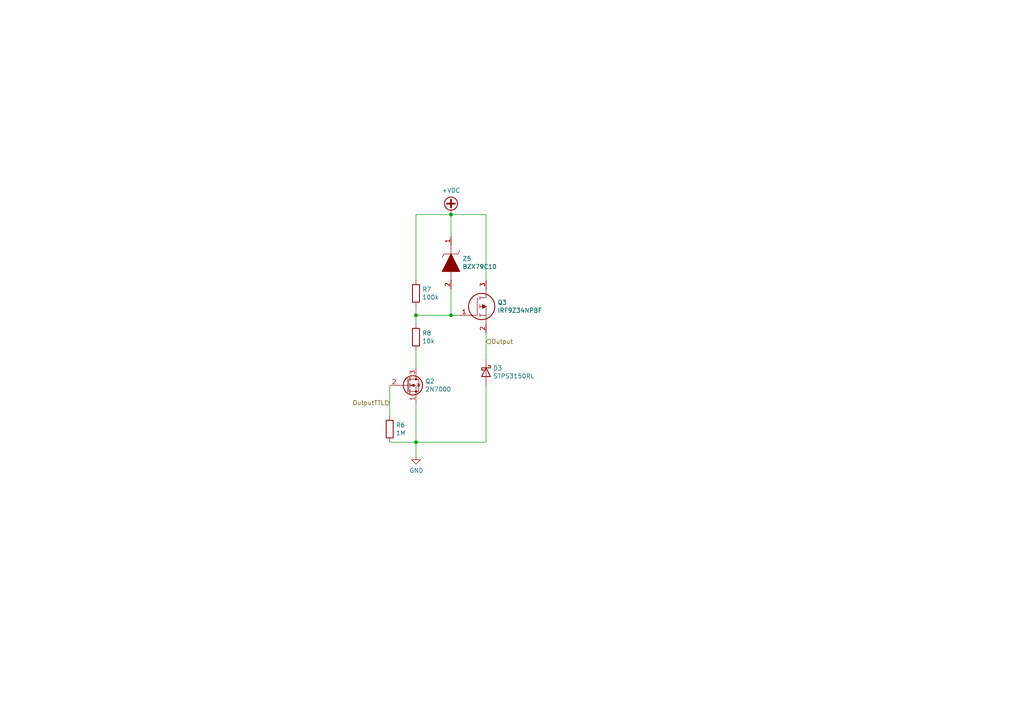
<source format=kicad_sch>
(kicad_sch (version 20231120) (generator "eeschema") (generator_version "8.0")
  (paper "A4")
  (lib_symbols
    (symbol "Device:D_Schottky" (pin_numbers hide) (pin_names (offset 1.016) hide)
      (property "Reference" "D" (at 0 2.54 0))
      (property "Value" "D_Schottky" (at 0 -2.54 0))
      (symbol "D_Schottky_0_1"
        (polyline (pts (xy 1.27 0) (xy -1.27 0)))
        (polyline (pts (xy 1.27 1.27) (xy 1.27 -1.27) (xy -1.27 0) (xy 1.27 1.27)) (stroke (width 0.254)))
        (polyline (pts (xy -1.905 0.635) (xy -1.905 1.27) (xy -1.27 1.27) (xy -1.27 -1.27) (xy -0.635 -1.27) (xy -0.635 -0.635)) (stroke (width 0.254)))
      )
      (symbol "D_Schottky_1_1"
        (pin passive line (at -3.81 0 0) (length 2.54) (name "K") (number "1"))
        (pin passive line (at 3.81 0 180) (length 2.54) (name "A") (number "2"))
      )
    )
    (symbol "Device:R" (pin_numbers hide) (pin_names (offset 0))
      (property "Reference" "R" (at 2.032 0 90))
      (property "Value" "R" (at 0 0 90))
      (symbol "R_0_1"
        (rectangle (start -1.016 -2.54) (end 1.016 2.54) (stroke (width 0.254)))
      )
      (symbol "R_1_1"
        (pin passive line (at 0 3.81 270) (length 1.27) (name "~") (number "1"))
        (pin passive line (at 0 -3.81 90) (length 1.27) (name "~") (number "2"))
      )
    )
    (symbol "SamacSys_Parts:BZX79C10" (pin_names (offset 0.762))
      (property "Reference" "Z" (at 10.16 8.89 0))
      (property "Value" "SamacSys_Parts_BZX79C10" (at 10.16 6.35 0))
      (symbol "BZX79C10_0_0"
        (pin passive line (at 0 0 0) (length 2.54) (name "~") (number "1"))
        (pin passive line (at 15.24 0 180) (length 2.54) (name "~") (number "2"))
      )
      (symbol "BZX79C10_0_1"
        (polyline (pts (xy 2.54 0) (xy 5.08 0)) (stroke (width 0.1524)))
        (polyline (pts (xy 4.064 -2.54) (xy 5.08 -2.032)) (stroke (width 0.1524)))
        (polyline (pts (xy 5.08 2.032) (xy 5.08 -2.032)) (stroke (width 0.1524)))
        (polyline (pts (xy 5.08 2.032) (xy 6.096 2.54)) (stroke (width 0.1524)))
        (polyline (pts (xy 12.7 0) (xy 10.16 0)) (stroke (width 0.1524)))
        (polyline (pts (xy 5.08 0) (xy 10.16 2.54) (xy 10.16 -2.54) (xy 5.08 0)) (stroke (width 0.254)) (fill (type outline)))
      )
    )
    (symbol "SamacSys_Parts:IRF9Z34NPBF" (pin_names (offset 0.762))
      (property "Reference" "Q" (at 11.43 3.81 0))
      (property "Value" "SamacSys_Parts_IRF9Z34NPBF" (at 11.43 1.27 0))
      (symbol "IRF9Z34NPBF_0_0"
        (pin passive line (at 0 0 0) (length 2.54) (name "~") (number "1"))
        (pin passive line (at 7.62 -5.08 90) (length 2.54) (name "~") (number "2"))
        (pin passive line (at 7.62 10.16 270) (length 2.54) (name "~") (number "3"))
      )
      (symbol "IRF9Z34NPBF_0_1"
        (polyline (pts (xy 5.842 -0.508) (xy 5.842 0.508)) (stroke (width 0.1524)))
        (polyline (pts (xy 5.842 0) (xy 7.62 0)) (stroke (width 0.1524)))
        (polyline (pts (xy 5.842 2.032) (xy 5.842 3.048)) (stroke (width 0.1524)))
        (polyline (pts (xy 5.842 5.588) (xy 5.842 4.572)) (stroke (width 0.1524)))
        (polyline (pts (xy 7.62 2.54) (xy 5.842 2.54)) (stroke (width 0.1524)))
        (polyline (pts (xy 7.62 2.54) (xy 7.62 -2.54)) (stroke (width 0.1524)))
        (polyline (pts (xy 7.62 5.08) (xy 5.842 5.08)) (stroke (width 0.1524)))
        (polyline (pts (xy 7.62 5.08) (xy 7.62 7.62)) (stroke (width 0.1524)))
        (polyline (pts (xy 2.54 0) (xy 5.08 0) (xy 5.08 5.08)) (stroke (width 0.1524)))
        (polyline (pts (xy 7.62 2.54) (xy 6.604 3.048) (xy 6.604 2.032) (xy 7.62 2.54)) (stroke (width 0.254)) (fill (type outline)))
        (circle (center 6.35 2.54) (radius 3.81) (stroke (width 0.254)))
      )
    )
    (symbol "Transistor_FET:2N7000" (pin_names hide)
      (property "Reference" "Q" (at 5.08 1.905 0))
      (property "Value" "2N7000" (at 5.08 0 0))
      (symbol "2N7000_0_1"
        (polyline (pts (xy 0.254 0) (xy -2.54 0)))
        (polyline (pts (xy 0.254 1.905) (xy 0.254 -1.905)) (stroke (width 0.254)))
        (polyline (pts (xy 0.762 -1.27) (xy 0.762 -2.286)) (stroke (width 0.254)))
        (polyline (pts (xy 0.762 0.508) (xy 0.762 -0.508)) (stroke (width 0.254)))
        (polyline (pts (xy 0.762 2.286) (xy 0.762 1.27)) (stroke (width 0.254)))
        (polyline (pts (xy 2.54 2.54) (xy 2.54 1.778)))
        (polyline (pts (xy 2.54 -2.54) (xy 2.54 0) (xy 0.762 0)))
        (polyline (pts (xy 0.762 -1.778) (xy 3.302 -1.778) (xy 3.302 1.778) (xy 0.762 1.778)))
        (polyline (pts (xy 1.016 0) (xy 2.032 0.381) (xy 2.032 -0.381) (xy 1.016 0)) (fill (type outline)))
        (polyline (pts (xy 2.794 0.508) (xy 2.921 0.381) (xy 3.683 0.381) (xy 3.81 0.254)))
        (polyline (pts (xy 3.302 0.381) (xy 2.921 -0.254) (xy 3.683 -0.254) (xy 3.302 0.381)))
        (circle (center 1.651 0) (radius 2.794) (stroke (width 0.254)))
        (circle (center 2.54 -1.778) (radius 0.254) (fill (type outline)))
        (circle (center 2.54 1.778) (radius 0.254) (fill (type outline)))
      )
      (symbol "2N7000_1_1"
        (pin passive line (at 2.54 -5.08 90) (length 2.54) (name "S") (number "1"))
        (pin input line (at -5.08 0 0) (length 2.54) (name "G") (number "2"))
        (pin passive line (at 2.54 5.08 270) (length 2.54) (name "D") (number "3"))
      )
    )
    (symbol "power:+VDC" (power) (pin_names (offset 0))
      (property "Value" "+VDC" (at 0 6.35 0))
      (symbol "+VDC_0_1"
        (polyline (pts (xy -1.143 3.175) (xy 1.143 3.175)) (stroke (width 0.508)))
        (polyline (pts (xy 0 0) (xy 0 1.27)))
        (polyline (pts (xy 0 2.032) (xy 0 4.318)) (stroke (width 0.508)))
        (circle (center 0 3.175) (radius 1.905) (stroke (width 0.254)))
      )
      (symbol "+VDC_1_1"
        (pin power_in line (at 0 0 90) (length 0) hide (name "+VDC") (number "1"))
      )
    )
    (symbol "power:GND" (power) (pin_names (offset 0))
      (property "Value" "GND" (at 0 -3.81 0))
      (symbol "GND_0_1"
        (polyline (pts (xy 0 0) (xy 0 -1.27) (xy 1.27 -1.27) (xy 0 -2.54) (xy -1.27 -1.27) (xy 0 -1.27)))
      )
      (symbol "GND_1_1"
        (pin power_in line (at 0 0 270) (length 0) hide (name "GND") (number "1"))
      )
    )
  )
  (junction (at 120.65 128.27))
  (junction (at 130.81 91.44))
  (junction (at 130.81 62.23))
  (junction (at 120.65 91.44))
  (wire (pts (xy 140.97 111.76) (xy 140.97 128.27)))
  (wire (pts (xy 130.81 68.58) (xy 130.81 62.23)))
  (wire (pts (xy 120.65 132.08) (xy 120.65 128.27)))
  (wire (pts (xy 140.97 62.23) (xy 130.81 62.23)))
  (wire (pts (xy 113.03 128.27) (xy 120.65 128.27)))
  (wire (pts (xy 130.81 91.44) (xy 133.35 91.44)))
  (wire (pts (xy 120.65 93.98) (xy 120.65 91.44)))
  (wire (pts (xy 120.65 62.23) (xy 120.65 81.28)))
  (wire (pts (xy 120.65 101.6) (xy 120.65 106.68)))
  (wire (pts (xy 130.81 62.23) (xy 120.65 62.23)))
  (wire (pts (xy 120.65 91.44) (xy 120.65 88.9)))
  (wire (pts (xy 120.65 91.44) (xy 130.81 91.44)))
  (wire (pts (xy 113.03 120.65) (xy 113.03 111.76)))
  (wire (pts (xy 140.97 81.28) (xy 140.97 62.23)))
  (wire (pts (xy 130.81 83.82) (xy 130.81 91.44)))
  (wire (pts (xy 120.65 116.84) (xy 120.65 128.27)))
  (wire (pts (xy 140.97 128.27) (xy 120.65 128.27)))
  (wire (pts (xy 140.97 96.52) (xy 140.97 104.14)))
  (hierarchical_label "Output" (shape input) (at 140.97 99.06 0))
  (hierarchical_label "OutputTTL" (shape input) (at 113.03 116.84 180))
  (symbol (lib_id "Device:D_Schottky") (at 140.97 107.95 270) (unit 1)
    (property "Reference" "D3" (at 143.002 106.7816 90) (effects (justify left)))
    (property "Value" "STPS3150RL" (at 143.002 109.093 90) (effects (justify left)))
    (property "Footprint" "Diode_THT:D_DO-201_P15.24mm_Horizontal" (effects (hide yes)))
    (instances (project "MakeItRain" (path "" (reference "D3") (unit 1)) (path "" (reference "D5") (unit 1)) (path "" (reference "D9") (unit 1)) (path "" (reference "D7") (unit 1))) (project "BasicBitch328pThingy" (path "" (reference "D4") (unit 1)) (path "" (reference "D7") (unit 1)) (path "" (reference "D8") (unit 1))))
  )
  (symbol (lib_id "power:+VDC") (at 130.81 62.23 0) (unit 1)
    (property "Reference" "#PWR024" (effects (hide yes)))
    (property "Value" "+VDC" (at 130.81 55.245 0))
    (instances (project "MakeItRain" (path "" (reference "#PWR024") (unit 1)) (path "" (reference "#PWR027") (unit 1)) (path "" (reference "#PWR030") (unit 1)) (path "" (reference "#PWR033") (unit 1))) (project "BasicBitch328pThingy" (path "" (reference "#PWR027") (unit 1)) (path "" (reference "#PWR037") (unit 1)) (path "" (reference "#PWR039") (unit 1))))
  )
  (symbol (lib_id "Transistor_FET:2N7000") (at 118.11 111.76 0) (unit 1)
    (property "Reference" "Q2" (at 123.2916 110.5916 0) (effects (justify left)))
    (property "Value" "2N7000" (at 123.2916 112.903 0) (effects (justify left)))
    (property "Footprint" "Package_TO_SOT_THT:TO-92_Inline" (effects (hide yes)))
    (property "Datasheet" "https://www.onsemi.com/pub/Collateral/NDS7002A-D.PDF" (effects (hide yes)))
    (instances (project "MakeItRain" (path "" (reference "Q2") (unit 1)) (path "" (reference "Q5") (unit 1)) (path "" (reference "Q8") (unit 1)) (path "" (reference "Q11") (unit 1))) (project "BasicBitch328pThingy" (path "" (reference "Q3") (unit 1)) (path "" (reference "Q7") (unit 1)) (path "" (reference "Q9") (unit 1))))
  )
  (symbol (lib_id "Device:R") (at 113.03 124.46 0) (unit 1)
    (property "Reference" "R6" (at 114.808 123.2916 0) (effects (justify left)))
    (property "Value" "1M" (at 114.808 125.603 0) (effects (justify left)))
    (property "Footprint" "Resistor_SMD:R_1206_3216Metric_Pad1.30x1.75mm_HandSolder" (effects (hide yes)))
    (instances (project "MakeItRain" (path "" (reference "R6") (unit 1)) (path "" (reference "R10") (unit 1)) (path "" (reference "R14") (unit 1)) (path "" (reference "R18") (unit 1))) (project "BasicBitch328pThingy" (path "" (reference "R9") (unit 1)) (path "" (reference "R20") (unit 1)) (path "" (reference "R23") (unit 1))))
  )
  (symbol (lib_id "power:GND") (at 120.65 132.08 0) (unit 1)
    (property "Reference" "#PWR023" (effects (hide yes)))
    (property "Value" "GND" (at 120.777 136.4742 0))
    (instances (project "MakeItRain" (path "" (reference "#PWR023") (unit 1)) (path "" (reference "#PWR026") (unit 1)) (path "" (reference "#PWR029") (unit 1)) (path "" (reference "#PWR032") (unit 1))) (project "BasicBitch328pThingy" (path "" (reference "#PWR026") (unit 1)) (path "" (reference "#PWR036") (unit 1)) (path "" (reference "#PWR038") (unit 1))))
  )
  (symbol (lib_id "Device:R") (at 120.65 97.79 0) (unit 1)
    (property "Reference" "R8" (at 122.428 96.6216 0) (effects (justify left)))
    (property "Value" "10k" (at 122.428 98.933 0) (effects (justify left)))
    (property "Footprint" "Resistor_SMD:R_1206_3216Metric_Pad1.30x1.75mm_HandSolder" (effects (hide yes)))
    (instances (project "MakeItRain" (path "" (reference "R8") (unit 1)) (path "" (reference "R12") (unit 1)) (path "" (reference "R16") (unit 1)) (path "" (reference "R20") (unit 1))) (project "BasicBitch328pThingy" (path "" (reference "R11") (unit 1)) (path "" (reference "R22") (unit 1)) (path "" (reference "R25") (unit 1))))
  )
  (symbol (lib_id "SamacSys_Parts:IRF9Z34NPBF") (at 133.35 91.44 0) (unit 1)
    (property "Reference" "Q3" (at 144.272 87.7316 0) (effects (justify left)))
    (property "Value" "IRF9Z34NPBF" (at 144.272 90.043 0) (effects (justify left)))
    (property "Footprint" "SamacSys_Parts:TO254P469X1042X1967-3P" (effects (hide yes)))
    (property "Datasheet" "https://www.infineon.com/dgdl/irf9z34npbf.pdf?fileId=5546d462533600a40153561220af1ddd" (effects (hide yes)))
    (property "Description" "MOSFET MOSFT PCh -55V -17A 100mOhm 23.3nC" (effects (hide yes)))
    (property "Height" "4.69" (effects (hide yes)))
    (property "Mouser Part Number" "942-IRF9Z34NPBF" (effects (hide yes)))
    (property "Mouser Price/Stock" "https://www.mouser.co.uk/ProductDetail/Infineon-IR/IRF9Z34NPBF?qs=9%252BKlkBgLFf16a%2FvlD%252BMCtQ%3D%3D" (effects (hide yes)))
    (property "Manufacturer_Name" "Infineon" (effects (hide yes)))
    (property "Manufacturer_Part_Number" "IRF9Z34NPBF" (effects (hide yes)))
    (instances (project "MakeItRain" (path "" (reference "Q3") (unit 1)) (path "" (reference "Q6") (unit 1)) (path "" (reference "Q9") (unit 1)) (path "" (reference "Q12") (unit 1))) (project "BasicBitch328pThingy" (path "" (reference "Q4") (unit 1)) (path "" (reference "Q8") (unit 1)) (path "" (reference "Q10") (unit 1))))
  )
  (symbol (lib_id "SamacSys_Parts:BZX79C10") (at 130.81 68.58 90) (mirror x) (unit 1)
    (property "Reference" "Z5" (at 134.112 75.0316 90) (effects (justify right)))
    (property "Value" "BZX79C10" (at 134.112 77.343 90) (effects (justify right)))
    (property "Footprint" "SamacSys_Parts:DIOAD1068W53L380D172" (effects (hide yes)))
    (property "Datasheet" "https://www.fairchildsemi.com/datasheets/BZ/BZX79C10.pdf" (effects (hide yes)))
    (property "Description" "BZX79C10, Zener Diode, 10V +/-5 500 mW 0.2A, 2-Pin DO-35" (effects (hide yes)))
    (property "Mouser Part Number" "512-BZX79C10" (effects (hide yes)))
    (property "Mouser Price/Stock" "https://www.mouser.co.uk/ProductDetail/ON-Semiconductor-Fairchild/BZX79C10?qs=FITO%2F%2FQgYDkGEXVpK3DyhQ%3D%3D" (effects (hide yes)))
    (property "Manufacturer_Name" "ON Semiconductor" (effects (hide yes)))
    (property "Manufacturer_Part_Number" "BZX79C10" (effects (hide yes)))
    (instances (project "MakeItRain" (path "" (reference "Z5") (unit 1)) (path "" (reference "Z6") (unit 1)) (path "" (reference "Z7") (unit 1)) (path "" (reference "Z8") (unit 1))) (project "BasicBitch328pThingy" (path "" (reference "Z3") (unit 1)) (path "" (reference "Z4") (unit 1)) (path "" (reference "Z5") (unit 1))))
  )
  (symbol (lib_id "Device:R") (at 120.65 85.09 0) (unit 1)
    (property "Reference" "R7" (at 122.428 83.9216 0) (effects (justify left)))
    (property "Value" "100k" (at 122.428 86.233 0) (effects (justify left)))
    (property "Footprint" "Resistor_SMD:R_1206_3216Metric_Pad1.30x1.75mm_HandSolder" (effects (hide yes)))
    (instances (project "MakeItRain" (path "" (reference "R7") (unit 1)) (path "" (reference "R11") (unit 1)) (path "" (reference "R15") (unit 1)) (path "" (reference "R19") (unit 1))) (project "BasicBitch328pThingy" (path "" (reference "R10") (unit 1)) (path "" (reference "R21") (unit 1)) (path "" (reference "R24") (unit 1))))
  )
)
</source>
